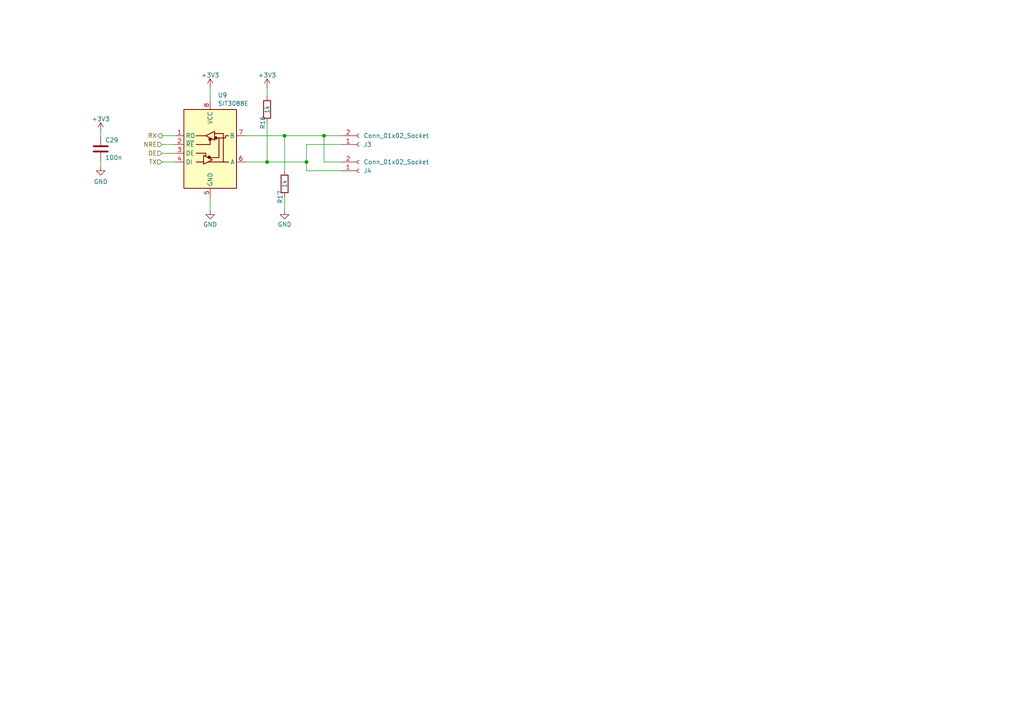
<source format=kicad_sch>
(kicad_sch (version 20231120) (generator "eeschema") (generator_version "8.0")
  (paper "A4")
  (lib_symbols
    (symbol "Connector:Conn_01x02_Socket" (pin_names (offset 1.016) hide)
      (property "Reference" "J" (at 0 2.54 0))
      (property "Value" "Conn_01x02_Socket" (at 0 -5.08 0))
      (symbol "Conn_01x02_Socket_1_1"
        (arc (start 0 -2.032) (mid -0.5058 -2.54) (end 0 -3.048) (stroke (width 0.1524)))
        (polyline (pts (xy -1.27 -2.54) (xy -0.508 -2.54)) (stroke (width 0.1524)))
        (polyline (pts (xy -1.27 0) (xy -0.508 0)) (stroke (width 0.1524)))
        (arc (start 0 0.508) (mid -0.5058 0) (end 0 -0.508) (stroke (width 0.1524)))
        (pin passive line (at -5.08 0 0) (length 3.81) (name "Pin_1") (number "1"))
        (pin passive line (at -5.08 -2.54 0) (length 3.81) (name "Pin_2") (number "2"))
      )
    )
    (symbol "Device:C" (pin_numbers hide) (pin_names (offset 0.254))
      (property "Reference" "C" (at 0.635 2.54 0))
      (property "Value" "C" (at 0.635 -2.54 0))
      (symbol "C_0_1"
        (polyline (pts (xy -2.032 -0.762) (xy 2.032 -0.762)) (stroke (width 0.508)))
        (polyline (pts (xy -2.032 0.762) (xy 2.032 0.762)) (stroke (width 0.508)))
      )
      (symbol "C_1_1"
        (pin passive line (at 0 3.81 270) (length 2.794) (name "~") (number "1"))
        (pin passive line (at 0 -3.81 90) (length 2.794) (name "~") (number "2"))
      )
    )
    (symbol "Device:R" (pin_numbers hide) (pin_names (offset 0))
      (property "Reference" "R" (at 2.032 0 90))
      (property "Value" "R" (at 0 0 90))
      (symbol "R_0_1"
        (rectangle (start -1.016 -2.54) (end 1.016 2.54) (stroke (width 0.254)))
      )
      (symbol "R_1_1"
        (pin passive line (at 0 3.81 270) (length 1.27) (name "~") (number "1"))
        (pin passive line (at 0 -3.81 90) (length 1.27) (name "~") (number "2"))
      )
    )
    (symbol "GND_1" (power) (pin_names (offset 0))
      (property "Value" "GND_1" (at 0 -3.81 0))
      (symbol "GND_1_0_1"
        (polyline (pts (xy 0 0) (xy 0 -1.27) (xy 1.27 -1.27) (xy 0 -2.54) (xy -1.27 -1.27) (xy 0 -1.27)))
      )
      (symbol "GND_1_1_1"
        (pin power_in line (at 0 0 270) (length 0) hide (name "GND") (number "1"))
      )
    )
    (symbol "Interface_UART:MAX485E"
      (property "Reference" "U" (at -6.096 11.43 0))
      (property "Value" "MAX485E" (at 0.762 11.43 0))
      (symbol "MAX485E_0_1"
        (rectangle (start -7.62 10.16) (end 7.62 -12.7) (stroke (width 0.254)) (fill (type background)))
        (circle (center -0.3048 -3.683) (radius 0.3556) (stroke (width 0.254)) (fill (type outline)))
        (circle (center -0.0254 1.4986) (radius 0.3556) (stroke (width 0.254)) (fill (type outline)))
        (polyline (pts (xy -4.064 -5.08) (xy -1.905 -5.08)) (stroke (width 0.254)))
        (polyline (pts (xy -4.064 2.54) (xy -1.27 2.54)) (stroke (width 0.254)))
        (polyline (pts (xy -1.27 -3.2004) (xy -1.27 -3.4544)) (stroke (width 0.254)))
        (polyline (pts (xy -0.635 -5.08) (xy 5.334 -5.08)) (stroke (width 0.254)))
        (polyline (pts (xy -4.064 -2.54) (xy -1.27 -2.54) (xy -1.27 -3.175)) (stroke (width 0.254)))
        (polyline (pts (xy 0 1.27) (xy 0 0) (xy -4.064 0)) (stroke (width 0.254)))
        (polyline (pts (xy 1.27 3.175) (xy 3.81 3.175) (xy 3.81 -5.08)) (stroke (width 0.254)))
        (polyline (pts (xy 2.54 1.905) (xy 2.54 -3.81) (xy 0 -3.81)) (stroke (width 0.254)))
        (polyline (pts (xy -1.905 -3.175) (xy -1.905 -5.715) (xy 0.635 -4.445) (xy -1.905 -3.175)) (stroke (width 0.254)))
        (polyline (pts (xy -1.27 2.54) (xy 1.27 3.81) (xy 1.27 1.27) (xy -1.27 2.54)) (stroke (width 0.254)))
        (polyline (pts (xy 1.905 1.905) (xy 4.445 1.905) (xy 4.445 2.54) (xy 5.334 2.54)) (stroke (width 0.254)))
        (rectangle (start 1.27 3.175) (end 1.27 3.175))
        (circle (center 1.651 1.905) (radius 0.3556) (stroke (width 0.254)) (fill (type outline)))
      )
      (symbol "MAX485E_1_1"
        (pin output line (at -10.16 2.54 0) (length 2.54) (name "RO") (number "1"))
        (pin input line (at -10.16 0 0) (length 2.54) (name "~{RE}") (number "2"))
        (pin input line (at -10.16 -2.54 0) (length 2.54) (name "DE") (number "3"))
        (pin input line (at -10.16 -5.08 0) (length 2.54) (name "DI") (number "4"))
        (pin power_in line (at 0 -15.24 90) (length 2.54) (name "GND") (number "5"))
        (pin bidirectional line (at 10.16 -5.08 180) (length 2.54) (name "A") (number "6"))
        (pin bidirectional line (at 10.16 2.54 180) (length 2.54) (name "B") (number "7"))
        (pin power_in line (at 0 12.7 270) (length 2.54) (name "VCC") (number "8"))
      )
    )
    (symbol "power:+3V3" (power) (pin_names (offset 0))
      (property "Value" "+3V3" (at 0 3.556 0))
      (symbol "+3V3_0_1"
        (polyline (pts (xy -0.762 1.27) (xy 0 2.54)))
        (polyline (pts (xy 0 0) (xy 0 2.54)))
        (polyline (pts (xy 0 2.54) (xy 0.762 1.27)))
      )
      (symbol "+3V3_1_1"
        (pin power_in line (at 0 0 90) (length 0) hide (name "+3V3") (number "1"))
      )
    )
    (symbol "power:GND" (power) (pin_names (offset 0))
      (property "Value" "GND" (at 0 -3.81 0))
      (symbol "GND_0_1"
        (polyline (pts (xy 0 0) (xy 0 -1.27) (xy 1.27 -1.27) (xy 0 -2.54) (xy -1.27 -1.27) (xy 0 -1.27)))
      )
      (symbol "GND_1_1"
        (pin power_in line (at 0 0 270) (length 0) hide (name "GND") (number "1"))
      )
    )
  )
  (junction (at 88.9 46.99))
  (junction (at 77.47 46.99))
  (junction (at 93.98 39.37))
  (junction (at 82.55 39.37))
  (wire (pts (xy 60.96 57.15) (xy 60.96 60.96)))
  (wire (pts (xy 88.9 46.99) (xy 88.9 49.53)))
  (wire (pts (xy 29.21 38.1) (xy 29.21 39.37)))
  (wire (pts (xy 71.12 39.37) (xy 82.55 39.37)))
  (wire (pts (xy 46.99 44.45) (xy 50.8 44.45)))
  (wire (pts (xy 46.99 46.99) (xy 50.8 46.99)))
  (wire (pts (xy 29.21 46.99) (xy 29.21 48.26)))
  (wire (pts (xy 60.96 25.4) (xy 60.96 29.21)))
  (wire (pts (xy 77.47 25.4) (xy 77.47 27.94)))
  (wire (pts (xy 88.9 46.99) (xy 88.9 41.91)))
  (wire (pts (xy 82.55 57.15) (xy 82.55 60.96)))
  (wire (pts (xy 99.06 46.99) (xy 93.98 46.99)))
  (wire (pts (xy 77.47 46.99) (xy 88.9 46.99)))
  (wire (pts (xy 82.55 39.37) (xy 82.55 49.53)))
  (wire (pts (xy 93.98 39.37) (xy 99.06 39.37)))
  (wire (pts (xy 77.47 46.99) (xy 71.12 46.99)))
  (wire (pts (xy 88.9 49.53) (xy 99.06 49.53)))
  (wire (pts (xy 77.47 35.56) (xy 77.47 46.99)))
  (wire (pts (xy 88.9 41.91) (xy 99.06 41.91)))
  (wire (pts (xy 93.98 46.99) (xy 93.98 39.37)))
  (wire (pts (xy 82.55 39.37) (xy 93.98 39.37)))
  (wire (pts (xy 46.99 39.37) (xy 50.8 39.37)))
  (wire (pts (xy 46.99 41.91) (xy 50.8 41.91)))
  (hierarchical_label "NRE" (shape input) (at 46.99 41.91 180))
  (hierarchical_label "TX" (shape input) (at 46.99 46.99 180))
  (hierarchical_label "DE" (shape input) (at 46.99 44.45 180))
  (hierarchical_label "RX" (shape output) (at 46.99 39.37 180))
  (symbol (lib_id "power:+3V3") (at 77.47 25.4 0) (unit 1)
    (property "Reference" "#PWR087" (effects (hide yes)))
    (property "Value" "+3V3" (at 77.47 21.8242 0))
  )
  (symbol (lib_id "Device:R") (at 77.47 31.75 180) (unit 1)
    (property "Reference" "R16" (at 76.2 35.56 90))
    (property "Value" "1k" (at 77.47 31.75 90))
    (property "Footprint" "Resistor_SMD:R_0402_1005Metric" (effects (hide yes)))
  )
  (symbol (lib_id "Device:R") (at 82.55 53.34 180) (unit 1)
    (property "Reference" "R17" (at 81.28 57.15 90))
    (property "Value" "1k" (at 82.55 53.34 90))
    (property "Footprint" "Resistor_SMD:R_0402_1005Metric" (effects (hide yes)))
  )
  (symbol (lib_id "Interface_UART:MAX485E") (at 60.96 41.91 0) (unit 1)
    (property "Reference" "U9" (at 63.1541 27.6057 0) (effects (justify left)))
    (property "Value" "SIT3088E" (at 63.1541 30.0299 0) (effects (justify left)))
    (property "Footprint" "unicorn_footprints:DFN8-3x3mm" (effects (hide yes)))
    (property "Datasheet" "https://datasheet.lcsc.com/lcsc/2006102219_SIT-SIT3088ETK_C601076.pdf" (effects (hide yes)))
  )
  (symbol (lib_id "power:+3V3") (at 29.21 38.1 0) (unit 1)
    (property "Reference" "#PWR083" (effects (hide yes)))
    (property "Value" "+3V3" (at 29.21 34.5242 0))
  )
  (symbol (lib_id "Connector:Conn_01x02_Socket") (at 104.14 49.53 0) (mirror x) (unit 1)
    (property "Reference" "J4" (at 105.41 49.5301 0) (effects (justify left)))
    (property "Value" "Conn_01x02_Socket" (at 105.41 46.9901 0) (effects (justify left)))
    (property "Footprint" "Connector_Molex:Molex_PicoBlade_53398-0271_1x02-1MP_P1.25mm_Vertical" (effects (hide yes)))
    (property "Description" "Generic connector, single row, 01x02, script generated" (effects (hide yes)))
  )
  (symbol (lib_id "Connector:Conn_01x02_Socket") (at 104.14 41.91 0) (mirror x) (unit 1)
    (property "Reference" "J3" (at 105.41 41.9101 0) (effects (justify left)))
    (property "Value" "Conn_01x02_Socket" (at 105.41 39.3701 0) (effects (justify left)))
    (property "Footprint" "Connector_Molex:Molex_PicoBlade_53398-0271_1x02-1MP_P1.25mm_Vertical" (effects (hide yes)))
    (property "Description" "Generic connector, single row, 01x02, script generated" (effects (hide yes)))
    (property "LCSC" "C395343" (effects (hide yes)))
  )
  (symbol (lib_id "power:GND") (at 82.55 60.96 0) (unit 1)
    (property "Reference" "#PWR088" (effects (hide yes)))
    (property "Value" "GND" (at 82.55 65.0931 0))
  )
  (symbol (lib_id "Device:C") (at 29.21 43.18 0) (unit 1)
    (property "Reference" "C29" (at 30.48 40.64 0) (effects (justify left)))
    (property "Value" "100n" (at 30.48 45.72 0) (effects (justify left)))
    (property "Footprint" "Capacitor_SMD:C_0402_1005Metric" (effects (hide yes)))
  )
  (symbol (lib_id "power:+3V3") (at 60.96 25.4 0) (unit 1)
    (property "Reference" "#PWR085" (effects (hide yes)))
    (property "Value" "+3V3" (at 60.96 21.8242 0))
  )
  (symbol (lib_name "GND_1") (lib_id "power:GND") (at 29.21 48.26 0) (unit 1)
    (property "Reference" "#PWR084" (effects (hide yes)))
    (property "Value" "GND" (at 29.21 52.7034 0))
  )
  (symbol (lib_id "power:GND") (at 60.96 60.96 0) (unit 1)
    (property "Reference" "#PWR086" (effects (hide yes)))
    (property "Value" "GND" (at 60.96 65.0931 0))
  )
)
</source>
